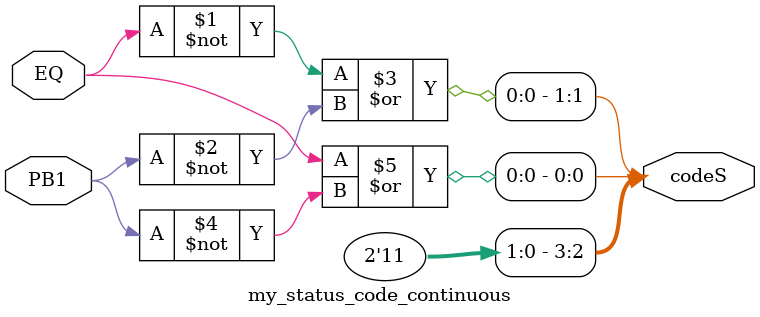
<source format=v>
module my_status_code_continuous(PB1, EQ, codeS);
    input PB1, EQ;
    output [3:0] codeS;

    assign codeS[3] = 1;
    assign codeS[2] = 1;

    or(codeS[1], ~EQ, ~PB1);
    or(codeS[0], EQ, ~PB1);

endmodule
</source>
